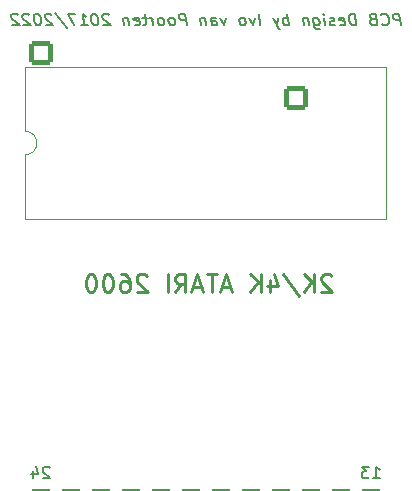
<source format=gbo>
G04 #@! TF.GenerationSoftware,KiCad,Pcbnew,6.0.2+dfsg-1*
G04 #@! TF.CreationDate,2025-06-30T22:41:18+02:00*
G04 #@! TF.ProjectId,2600cart,32363030-6361-4727-942e-6b696361645f,rev?*
G04 #@! TF.SameCoordinates,Original*
G04 #@! TF.FileFunction,Legend,Bot*
G04 #@! TF.FilePolarity,Positive*
%FSLAX46Y46*%
G04 Gerber Fmt 4.6, Leading zero omitted, Abs format (unit mm)*
G04 Created by KiCad (PCBNEW 6.0.2+dfsg-1) date 2025-06-30 22:41:18*
%MOMM*%
%LPD*%
G01*
G04 APERTURE LIST*
G04 Aperture macros list*
%AMRoundRect*
0 Rectangle with rounded corners*
0 $1 Rounding radius*
0 $2 $3 $4 $5 $6 $7 $8 $9 X,Y pos of 4 corners*
0 Add a 4 corners polygon primitive as box body*
4,1,4,$2,$3,$4,$5,$6,$7,$8,$9,$2,$3,0*
0 Add four circle primitives for the rounded corners*
1,1,$1+$1,$2,$3*
1,1,$1+$1,$4,$5*
1,1,$1+$1,$6,$7*
1,1,$1+$1,$8,$9*
0 Add four rect primitives between the rounded corners*
20,1,$1+$1,$2,$3,$4,$5,0*
20,1,$1+$1,$4,$5,$6,$7,0*
20,1,$1+$1,$6,$7,$8,$9,0*
20,1,$1+$1,$8,$9,$2,$3,0*%
G04 Aperture macros list end*
%ADD10C,0.250000*%
%ADD11C,0.200000*%
%ADD12C,0.150000*%
%ADD13C,0.120000*%
%ADD14RoundRect,0.200000X-0.762000X-2.286000X0.762000X-2.286000X0.762000X2.286000X-0.762000X2.286000X0*%
%ADD15C,2.000000*%
%ADD16RoundRect,0.200000X-0.800000X0.800000X-0.800000X-0.800000X0.800000X-0.800000X0.800000X0.800000X0*%
%ADD17O,2.000000X2.000000*%
G04 APERTURE END LIST*
D10*
X120120857Y-69679428D02*
X120049428Y-69608000D01*
X119906571Y-69536571D01*
X119549428Y-69536571D01*
X119406571Y-69608000D01*
X119335142Y-69679428D01*
X119263714Y-69822285D01*
X119263714Y-69965142D01*
X119335142Y-70179428D01*
X120192285Y-71036571D01*
X119263714Y-71036571D01*
X118620857Y-71036571D02*
X118620857Y-69536571D01*
X117763714Y-71036571D02*
X118406571Y-70179428D01*
X117763714Y-69536571D02*
X118620857Y-70393714D01*
X116049428Y-69465142D02*
X117335142Y-71393714D01*
X114906571Y-70036571D02*
X114906571Y-71036571D01*
X115263714Y-69465142D02*
X115620857Y-70536571D01*
X114692285Y-70536571D01*
X114120857Y-71036571D02*
X114120857Y-69536571D01*
X113263714Y-71036571D02*
X113906571Y-70179428D01*
X113263714Y-69536571D02*
X114120857Y-70393714D01*
X111549428Y-70608000D02*
X110835142Y-70608000D01*
X111692285Y-71036571D02*
X111192285Y-69536571D01*
X110692285Y-71036571D01*
X110406571Y-69536571D02*
X109549428Y-69536571D01*
X109978000Y-71036571D02*
X109978000Y-69536571D01*
X109120857Y-70608000D02*
X108406571Y-70608000D01*
X109263714Y-71036571D02*
X108763714Y-69536571D01*
X108263714Y-71036571D01*
X106906571Y-71036571D02*
X107406571Y-70322285D01*
X107763714Y-71036571D02*
X107763714Y-69536571D01*
X107192285Y-69536571D01*
X107049428Y-69608000D01*
X106978000Y-69679428D01*
X106906571Y-69822285D01*
X106906571Y-70036571D01*
X106978000Y-70179428D01*
X107049428Y-70250857D01*
X107192285Y-70322285D01*
X107763714Y-70322285D01*
X106263714Y-71036571D02*
X106263714Y-69536571D01*
X104478000Y-69679428D02*
X104406571Y-69608000D01*
X104263714Y-69536571D01*
X103906571Y-69536571D01*
X103763714Y-69608000D01*
X103692285Y-69679428D01*
X103620857Y-69822285D01*
X103620857Y-69965142D01*
X103692285Y-70179428D01*
X104549428Y-71036571D01*
X103620857Y-71036571D01*
X102335142Y-69536571D02*
X102620857Y-69536571D01*
X102763714Y-69608000D01*
X102835142Y-69679428D01*
X102978000Y-69893714D01*
X103049428Y-70179428D01*
X103049428Y-70750857D01*
X102978000Y-70893714D01*
X102906571Y-70965142D01*
X102763714Y-71036571D01*
X102478000Y-71036571D01*
X102335142Y-70965142D01*
X102263714Y-70893714D01*
X102192285Y-70750857D01*
X102192285Y-70393714D01*
X102263714Y-70250857D01*
X102335142Y-70179428D01*
X102478000Y-70108000D01*
X102763714Y-70108000D01*
X102906571Y-70179428D01*
X102978000Y-70250857D01*
X103049428Y-70393714D01*
X101263714Y-69536571D02*
X101120857Y-69536571D01*
X100978000Y-69608000D01*
X100906571Y-69679428D01*
X100835142Y-69822285D01*
X100763714Y-70108000D01*
X100763714Y-70465142D01*
X100835142Y-70750857D01*
X100906571Y-70893714D01*
X100978000Y-70965142D01*
X101120857Y-71036571D01*
X101263714Y-71036571D01*
X101406571Y-70965142D01*
X101478000Y-70893714D01*
X101549428Y-70750857D01*
X101620857Y-70465142D01*
X101620857Y-70108000D01*
X101549428Y-69822285D01*
X101478000Y-69679428D01*
X101406571Y-69608000D01*
X101263714Y-69536571D01*
X99835142Y-69536571D02*
X99692285Y-69536571D01*
X99549428Y-69608000D01*
X99478000Y-69679428D01*
X99406571Y-69822285D01*
X99335142Y-70108000D01*
X99335142Y-70465142D01*
X99406571Y-70750857D01*
X99478000Y-70893714D01*
X99549428Y-70965142D01*
X99692285Y-71036571D01*
X99835142Y-71036571D01*
X99978000Y-70965142D01*
X100049428Y-70893714D01*
X100120857Y-70750857D01*
X100192285Y-70465142D01*
X100192285Y-70108000D01*
X100120857Y-69822285D01*
X100049428Y-69679428D01*
X99978000Y-69608000D01*
X99835142Y-69536571D01*
D11*
X125997244Y-48458380D02*
X125872244Y-47458380D01*
X125491291Y-47458380D01*
X125402005Y-47506000D01*
X125360339Y-47553619D01*
X125324625Y-47648857D01*
X125342482Y-47791714D01*
X125402005Y-47886952D01*
X125455577Y-47934571D01*
X125556767Y-47982190D01*
X125937720Y-47982190D01*
X124413910Y-48363142D02*
X124467482Y-48410761D01*
X124616291Y-48458380D01*
X124711529Y-48458380D01*
X124848434Y-48410761D01*
X124931767Y-48315523D01*
X124967482Y-48220285D01*
X124991291Y-48029809D01*
X124973434Y-47886952D01*
X124902005Y-47696476D01*
X124842482Y-47601238D01*
X124735339Y-47506000D01*
X124586529Y-47458380D01*
X124491291Y-47458380D01*
X124354386Y-47506000D01*
X124312720Y-47553619D01*
X123598434Y-47934571D02*
X123461529Y-47982190D01*
X123419863Y-48029809D01*
X123384148Y-48125047D01*
X123402005Y-48267904D01*
X123461529Y-48363142D01*
X123515101Y-48410761D01*
X123616291Y-48458380D01*
X123997244Y-48458380D01*
X123872244Y-47458380D01*
X123538910Y-47458380D01*
X123449625Y-47506000D01*
X123407958Y-47553619D01*
X123372244Y-47648857D01*
X123384148Y-47744095D01*
X123443672Y-47839333D01*
X123497244Y-47886952D01*
X123598434Y-47934571D01*
X123931767Y-47934571D01*
X122235339Y-48458380D02*
X122110339Y-47458380D01*
X121872244Y-47458380D01*
X121735339Y-47506000D01*
X121652005Y-47601238D01*
X121616291Y-47696476D01*
X121592482Y-47886952D01*
X121610339Y-48029809D01*
X121681767Y-48220285D01*
X121741291Y-48315523D01*
X121848434Y-48410761D01*
X121997244Y-48458380D01*
X122235339Y-48458380D01*
X120848434Y-48410761D02*
X120949625Y-48458380D01*
X121140101Y-48458380D01*
X121229386Y-48410761D01*
X121265101Y-48315523D01*
X121217482Y-47934571D01*
X121157958Y-47839333D01*
X121056767Y-47791714D01*
X120866291Y-47791714D01*
X120777005Y-47839333D01*
X120741291Y-47934571D01*
X120753196Y-48029809D01*
X121241291Y-48125047D01*
X120419863Y-48410761D02*
X120330577Y-48458380D01*
X120140101Y-48458380D01*
X120038910Y-48410761D01*
X119979386Y-48315523D01*
X119973434Y-48267904D01*
X120009148Y-48172666D01*
X120098434Y-48125047D01*
X120241291Y-48125047D01*
X120330577Y-48077428D01*
X120366291Y-47982190D01*
X120360339Y-47934571D01*
X120300815Y-47839333D01*
X120199625Y-47791714D01*
X120056767Y-47791714D01*
X119967482Y-47839333D01*
X119568672Y-48458380D02*
X119485339Y-47791714D01*
X119443672Y-47458380D02*
X119497244Y-47506000D01*
X119455577Y-47553619D01*
X119402005Y-47506000D01*
X119443672Y-47458380D01*
X119455577Y-47553619D01*
X118580577Y-47791714D02*
X118681767Y-48601238D01*
X118741291Y-48696476D01*
X118794863Y-48744095D01*
X118896053Y-48791714D01*
X119038910Y-48791714D01*
X119128196Y-48744095D01*
X118657958Y-48410761D02*
X118759148Y-48458380D01*
X118949625Y-48458380D01*
X119038910Y-48410761D01*
X119080577Y-48363142D01*
X119116291Y-48267904D01*
X119080577Y-47982190D01*
X119021053Y-47886952D01*
X118967482Y-47839333D01*
X118866291Y-47791714D01*
X118675815Y-47791714D01*
X118586529Y-47839333D01*
X118104386Y-47791714D02*
X118187720Y-48458380D01*
X118116291Y-47886952D02*
X118062720Y-47839333D01*
X117961529Y-47791714D01*
X117818672Y-47791714D01*
X117729386Y-47839333D01*
X117693672Y-47934571D01*
X117759148Y-48458380D01*
X116521053Y-48458380D02*
X116396053Y-47458380D01*
X116443672Y-47839333D02*
X116342482Y-47791714D01*
X116152005Y-47791714D01*
X116062720Y-47839333D01*
X116021053Y-47886952D01*
X115985339Y-47982190D01*
X116021053Y-48267904D01*
X116080577Y-48363142D01*
X116134148Y-48410761D01*
X116235339Y-48458380D01*
X116425815Y-48458380D01*
X116515101Y-48410761D01*
X115628196Y-47791714D02*
X115473434Y-48458380D01*
X115152005Y-47791714D02*
X115473434Y-48458380D01*
X115598434Y-48696476D01*
X115652005Y-48744095D01*
X115753196Y-48791714D01*
X114092482Y-48458380D02*
X113967482Y-47458380D01*
X113628196Y-47791714D02*
X113473434Y-48458380D01*
X113152005Y-47791714D01*
X112711529Y-48458380D02*
X112800815Y-48410761D01*
X112842482Y-48363142D01*
X112878196Y-48267904D01*
X112842482Y-47982190D01*
X112782958Y-47886952D01*
X112729386Y-47839333D01*
X112628196Y-47791714D01*
X112485339Y-47791714D01*
X112396053Y-47839333D01*
X112354386Y-47886952D01*
X112318672Y-47982190D01*
X112354386Y-48267904D01*
X112413910Y-48363142D01*
X112467482Y-48410761D01*
X112568672Y-48458380D01*
X112711529Y-48458380D01*
X111199625Y-47791714D02*
X111044863Y-48458380D01*
X110723434Y-47791714D01*
X109997244Y-48458380D02*
X109931767Y-47934571D01*
X109967482Y-47839333D01*
X110056767Y-47791714D01*
X110247244Y-47791714D01*
X110348434Y-47839333D01*
X109991291Y-48410761D02*
X110092482Y-48458380D01*
X110330577Y-48458380D01*
X110419863Y-48410761D01*
X110455577Y-48315523D01*
X110443672Y-48220285D01*
X110384148Y-48125047D01*
X110282958Y-48077428D01*
X110044863Y-48077428D01*
X109943672Y-48029809D01*
X109437720Y-47791714D02*
X109521053Y-48458380D01*
X109449625Y-47886952D02*
X109396053Y-47839333D01*
X109294863Y-47791714D01*
X109152005Y-47791714D01*
X109062720Y-47839333D01*
X109027005Y-47934571D01*
X109092482Y-48458380D01*
X107854386Y-48458380D02*
X107729386Y-47458380D01*
X107348434Y-47458380D01*
X107259148Y-47506000D01*
X107217482Y-47553619D01*
X107181767Y-47648857D01*
X107199625Y-47791714D01*
X107259148Y-47886952D01*
X107312720Y-47934571D01*
X107413910Y-47982190D01*
X107794863Y-47982190D01*
X106711529Y-48458380D02*
X106800815Y-48410761D01*
X106842482Y-48363142D01*
X106878196Y-48267904D01*
X106842482Y-47982190D01*
X106782958Y-47886952D01*
X106729386Y-47839333D01*
X106628196Y-47791714D01*
X106485339Y-47791714D01*
X106396053Y-47839333D01*
X106354386Y-47886952D01*
X106318672Y-47982190D01*
X106354386Y-48267904D01*
X106413910Y-48363142D01*
X106467482Y-48410761D01*
X106568672Y-48458380D01*
X106711529Y-48458380D01*
X105806767Y-48458380D02*
X105896053Y-48410761D01*
X105937720Y-48363142D01*
X105973434Y-48267904D01*
X105937720Y-47982190D01*
X105878196Y-47886952D01*
X105824625Y-47839333D01*
X105723434Y-47791714D01*
X105580577Y-47791714D01*
X105491291Y-47839333D01*
X105449625Y-47886952D01*
X105413910Y-47982190D01*
X105449625Y-48267904D01*
X105509148Y-48363142D01*
X105562720Y-48410761D01*
X105663910Y-48458380D01*
X105806767Y-48458380D01*
X105044863Y-48458380D02*
X104961529Y-47791714D01*
X104985339Y-47982190D02*
X104925815Y-47886952D01*
X104872244Y-47839333D01*
X104771053Y-47791714D01*
X104675815Y-47791714D01*
X104485339Y-47791714D02*
X104104386Y-47791714D01*
X104300815Y-47458380D02*
X104407958Y-48315523D01*
X104372244Y-48410761D01*
X104282958Y-48458380D01*
X104187720Y-48458380D01*
X103467482Y-48410761D02*
X103568672Y-48458380D01*
X103759148Y-48458380D01*
X103848434Y-48410761D01*
X103884148Y-48315523D01*
X103836529Y-47934571D01*
X103777005Y-47839333D01*
X103675815Y-47791714D01*
X103485339Y-47791714D01*
X103396053Y-47839333D01*
X103360339Y-47934571D01*
X103372244Y-48029809D01*
X103860339Y-48125047D01*
X102913910Y-47791714D02*
X102997244Y-48458380D01*
X102925815Y-47886952D02*
X102872244Y-47839333D01*
X102771053Y-47791714D01*
X102628196Y-47791714D01*
X102538910Y-47839333D01*
X102503196Y-47934571D01*
X102568672Y-48458380D01*
X101265101Y-47553619D02*
X101211529Y-47506000D01*
X101110339Y-47458380D01*
X100872244Y-47458380D01*
X100782958Y-47506000D01*
X100741291Y-47553619D01*
X100705577Y-47648857D01*
X100717482Y-47744095D01*
X100782958Y-47886952D01*
X101425815Y-48458380D01*
X100806767Y-48458380D01*
X100062720Y-47458380D02*
X99967482Y-47458380D01*
X99878196Y-47506000D01*
X99836529Y-47553619D01*
X99800815Y-47648857D01*
X99777005Y-47839333D01*
X99806767Y-48077428D01*
X99878196Y-48267904D01*
X99937720Y-48363142D01*
X99991291Y-48410761D01*
X100092482Y-48458380D01*
X100187720Y-48458380D01*
X100277005Y-48410761D01*
X100318672Y-48363142D01*
X100354386Y-48267904D01*
X100378196Y-48077428D01*
X100348434Y-47839333D01*
X100277005Y-47648857D01*
X100217482Y-47553619D01*
X100163910Y-47506000D01*
X100062720Y-47458380D01*
X98902005Y-48458380D02*
X99473434Y-48458380D01*
X99187720Y-48458380D02*
X99062720Y-47458380D01*
X99175815Y-47601238D01*
X99282958Y-47696476D01*
X99384148Y-47744095D01*
X98443672Y-47458380D02*
X97777005Y-47458380D01*
X98330577Y-48458380D01*
X96675815Y-47410761D02*
X97693672Y-48696476D01*
X96407958Y-47553619D02*
X96354386Y-47506000D01*
X96253196Y-47458380D01*
X96015101Y-47458380D01*
X95925815Y-47506000D01*
X95884148Y-47553619D01*
X95848434Y-47648857D01*
X95860339Y-47744095D01*
X95925815Y-47886952D01*
X96568672Y-48458380D01*
X95949625Y-48458380D01*
X95205577Y-47458380D02*
X95110339Y-47458380D01*
X95021053Y-47506000D01*
X94979386Y-47553619D01*
X94943672Y-47648857D01*
X94919863Y-47839333D01*
X94949625Y-48077428D01*
X95021053Y-48267904D01*
X95080577Y-48363142D01*
X95134148Y-48410761D01*
X95235339Y-48458380D01*
X95330577Y-48458380D01*
X95419863Y-48410761D01*
X95461529Y-48363142D01*
X95497244Y-48267904D01*
X95521053Y-48077428D01*
X95491291Y-47839333D01*
X95419863Y-47648857D01*
X95360339Y-47553619D01*
X95306767Y-47506000D01*
X95205577Y-47458380D01*
X94503196Y-47553619D02*
X94449625Y-47506000D01*
X94348434Y-47458380D01*
X94110339Y-47458380D01*
X94021053Y-47506000D01*
X93979386Y-47553619D01*
X93943672Y-47648857D01*
X93955577Y-47744095D01*
X94021053Y-47886952D01*
X94663910Y-48458380D01*
X94044863Y-48458380D01*
X93550815Y-47553619D02*
X93497244Y-47506000D01*
X93396053Y-47458380D01*
X93157958Y-47458380D01*
X93068672Y-47506000D01*
X93027005Y-47553619D01*
X92991291Y-47648857D01*
X93003196Y-47744095D01*
X93068672Y-47886952D01*
X93711529Y-48458380D01*
X93092482Y-48458380D01*
D12*
X96265904Y-85907619D02*
X96218285Y-85860000D01*
X96123047Y-85812380D01*
X95884952Y-85812380D01*
X95789714Y-85860000D01*
X95742095Y-85907619D01*
X95694476Y-86002857D01*
X95694476Y-86098095D01*
X95742095Y-86240952D01*
X96313523Y-86812380D01*
X95694476Y-86812380D01*
X94837333Y-86145714D02*
X94837333Y-86812380D01*
X95075428Y-85764761D02*
X95313523Y-86479047D01*
X94694476Y-86479047D01*
X123634476Y-86812380D02*
X124205904Y-86812380D01*
X123920190Y-86812380D02*
X123920190Y-85812380D01*
X124015428Y-85955238D01*
X124110666Y-86050476D01*
X124205904Y-86098095D01*
X123301142Y-85812380D02*
X122682095Y-85812380D01*
X123015428Y-86193333D01*
X122872571Y-86193333D01*
X122777333Y-86240952D01*
X122729714Y-86288571D01*
X122682095Y-86383809D01*
X122682095Y-86621904D01*
X122729714Y-86717142D01*
X122777333Y-86764761D01*
X122872571Y-86812380D01*
X123158285Y-86812380D01*
X123253523Y-86764761D01*
X123301142Y-86717142D01*
D13*
X94174000Y-64880000D02*
X94174000Y-59420000D01*
X124774000Y-64880000D02*
X94174000Y-64880000D01*
X124774000Y-51960000D02*
X124774000Y-64880000D01*
X94174000Y-51960000D02*
X124774000Y-51960000D01*
X94174000Y-57420000D02*
X94174000Y-51960000D01*
X94174000Y-59420000D02*
G75*
G03*
X94174000Y-57420000I0J1000000D01*
G01*
%LPC*%
D14*
X95504000Y-90170000D03*
X98044000Y-90170000D03*
X100584000Y-90170000D03*
X103124000Y-90170000D03*
X105664000Y-90170000D03*
X108204000Y-90170000D03*
X110744000Y-90170000D03*
X113284000Y-90170000D03*
X115824000Y-90170000D03*
X118364000Y-90170000D03*
X120904000Y-90170000D03*
X123444000Y-90170000D03*
D15*
X123444000Y-59690000D03*
X123444000Y-57190000D03*
D16*
X117094000Y-54610000D03*
D17*
X101854000Y-62230000D03*
X114554000Y-54610000D03*
X104394000Y-62230000D03*
X112014000Y-54610000D03*
X106934000Y-62230000D03*
X109474000Y-54610000D03*
X109474000Y-62230000D03*
X106934000Y-54610000D03*
X112014000Y-62230000D03*
X104394000Y-54610000D03*
X114554000Y-62230000D03*
X101854000Y-54610000D03*
X117094000Y-62230000D03*
D16*
X95504000Y-50800000D03*
D17*
X123444000Y-66040000D03*
X98044000Y-50800000D03*
X120904000Y-66040000D03*
X100584000Y-50800000D03*
X118364000Y-66040000D03*
X103124000Y-50800000D03*
X115824000Y-66040000D03*
X105664000Y-50800000D03*
X113284000Y-66040000D03*
X108204000Y-50800000D03*
X110744000Y-66040000D03*
X110744000Y-50800000D03*
X108204000Y-66040000D03*
X113284000Y-50800000D03*
X105664000Y-66040000D03*
X115824000Y-50800000D03*
X103124000Y-66040000D03*
X118364000Y-50800000D03*
X100584000Y-66040000D03*
X120904000Y-50800000D03*
X98044000Y-66040000D03*
X123444000Y-50800000D03*
X95504000Y-66040000D03*
M02*

</source>
